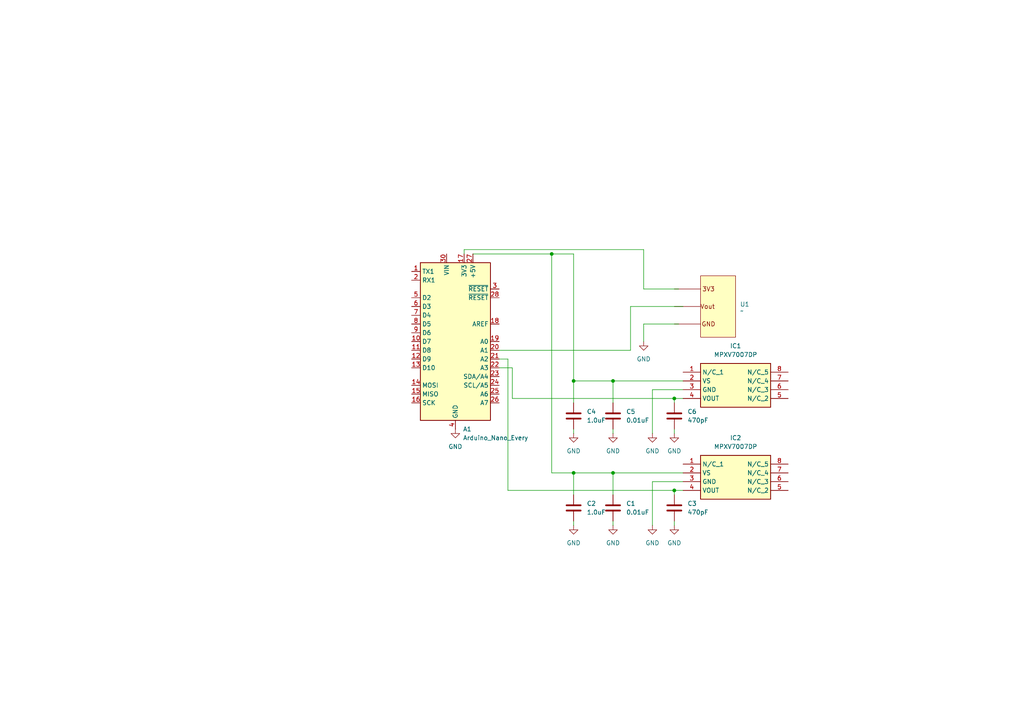
<source format=kicad_sch>
(kicad_sch (version 20231120) (generator "eeschema") (generator_version "8.0")
  (paper "A4")
  (lib_symbols
    (symbol "Device:C" (pin_numbers hide) (pin_names (offset 0.254))
      (property "Reference" "C" (at 0.635 2.54 0))
      (property "Value" "C" (at 0.635 -2.54 0))
      (symbol "C_0_1"
        (polyline (pts (xy -2.032 -0.762) (xy 2.032 -0.762)) (stroke (width 0.508)))
        (polyline (pts (xy -2.032 0.762) (xy 2.032 0.762)) (stroke (width 0.508)))
      )
      (symbol "C_1_1"
        (pin passive line (at 0 3.81 270) (length 2.794) (name "~") (number "1"))
        (pin passive line (at 0 -3.81 90) (length 2.794) (name "~") (number "2"))
      )
    )
    (symbol "MCU_Module:Arduino_Nano_Every"
      (property "Reference" "A" (at -10.16 23.495 0))
      (property "Value" "Arduino_Nano_Every" (at 5.08 -24.13 0))
      (symbol "Arduino_Nano_Every_0_1"
        (rectangle (start -10.16 22.86) (end 10.16 -22.86) (stroke (width 0.254)) (fill (type background)))
      )
      (symbol "Arduino_Nano_Every_1_1"
        (pin bidirectional line (at -12.7 20.32 0) (length 2.54) (name "TX1") (number "1"))
        (pin bidirectional line (at -12.7 0 0) (length 2.54) (name "D7") (number "10"))
        (pin bidirectional line (at -12.7 -2.54 0) (length 2.54) (name "D8") (number "11"))
        (pin bidirectional line (at -12.7 -5.08 0) (length 2.54) (name "D9") (number "12"))
        (pin bidirectional line (at -12.7 -7.62 0) (length 2.54) (name "D10") (number "13"))
        (pin bidirectional line (at -12.7 -12.7 0) (length 2.54) (name "MOSI") (number "14"))
        (pin bidirectional line (at -12.7 -15.24 0) (length 2.54) (name "MISO") (number "15"))
        (pin bidirectional line (at -12.7 -17.78 0) (length 2.54) (name "SCK") (number "16"))
        (pin power_out line (at 2.54 25.4 270) (length 2.54) (name "3V3") (number "17"))
        (pin input line (at 12.7 5.08 180) (length 2.54) (name "AREF") (number "18"))
        (pin bidirectional line (at 12.7 0 180) (length 2.54) (name "A0") (number "19"))
        (pin bidirectional line (at -12.7 17.78 0) (length 2.54) (name "RX1") (number "2"))
        (pin bidirectional line (at 12.7 -2.54 180) (length 2.54) (name "A1") (number "20"))
        (pin bidirectional line (at 12.7 -5.08 180) (length 2.54) (name "A2") (number "21"))
        (pin bidirectional line (at 12.7 -7.62 180) (length 2.54) (name "A3") (number "22"))
        (pin bidirectional line (at 12.7 -10.16 180) (length 2.54) (name "SDA/A4") (number "23"))
        (pin bidirectional line (at 12.7 -12.7 180) (length 2.54) (name "SCL/A5") (number "24"))
        (pin bidirectional line (at 12.7 -15.24 180) (length 2.54) (name "A6") (number "25"))
        (pin bidirectional line (at 12.7 -17.78 180) (length 2.54) (name "A7") (number "26"))
        (pin power_out line (at 5.08 25.4 270) (length 2.54) (name "+5V") (number "27"))
        (pin input line (at 12.7 12.7 180) (length 2.54) (name "~{RESET}") (number "28"))
        (pin passive line (at 0 -25.4 90) (length 2.54) hide (name "GND") (number "29"))
        (pin input line (at 12.7 15.24 180) (length 2.54) (name "~{RESET}") (number "3"))
        (pin power_in line (at -2.54 25.4 270) (length 2.54) (name "VIN") (number "30"))
        (pin power_in line (at 0 -25.4 90) (length 2.54) (name "GND") (number "4"))
        (pin bidirectional line (at -12.7 12.7 0) (length 2.54) (name "D2") (number "5"))
        (pin bidirectional line (at -12.7 10.16 0) (length 2.54) (name "D3") (number "6"))
        (pin bidirectional line (at -12.7 7.62 0) (length 2.54) (name "D4") (number "7"))
        (pin bidirectional line (at -12.7 5.08 0) (length 2.54) (name "D5") (number "8"))
        (pin bidirectional line (at -12.7 2.54 0) (length 2.54) (name "D6") (number "9"))
      )
    )
    (symbol "Windy_Components:MPXV7007DP"
      (property "Reference" "IC" (at 26.67 7.62 0))
      (property "Value" "MPXV7007DP" (at 26.67 5.08 0))
      (symbol "MPXV7007DP_1_1"
        (rectangle (start 5.08 2.54) (end 25.4 -10.16) (stroke (width 0.254)) (fill (type background)))
        (pin passive line (at 30.48 -7.62 180) (length 5.08) (name "N/C_1") (number "1"))
        (pin passive line (at 30.48 -5.08 180) (length 5.08) (name "VS") (number "2"))
        (pin passive line (at 30.48 -2.54 180) (length 5.08) (name "GND") (number "3"))
        (pin passive line (at 30.48 0 180) (length 5.08) (name "VOUT") (number "4"))
        (pin passive line (at 0 0 0) (length 5.08) (name "N/C_2") (number "5"))
        (pin passive line (at 0 -2.54 0) (length 5.08) (name "N/C_3") (number "6"))
        (pin passive line (at 0 -5.08 0) (length 5.08) (name "N/C_4") (number "7"))
        (pin passive line (at 0 -7.62 0) (length 5.08) (name "N/C_5") (number "8"))
      )
    )
    (symbol "Windy_Components:TMP36"
      (property "Reference" "U" (at 0 0 0))
      (symbol "TMP36_1_1"
        (rectangle (start -8.89 8.89) (end 1.27 -8.89) (fill (type background)))
        (polyline (pts (xy -8.89 -5.08) (xy -16.51 -5.08)))
        (polyline (pts (xy -8.89 0) (xy -16.51 0)))
        (polyline (pts (xy -8.89 5.08) (xy -16.51 5.08)))
        (text "3V3" (at -6.604 5.08 0) (effects (font (size 1.27 1.27))))
        (text "GND" (at -6.604 -5.08 0) (effects (font (size 1.27 1.27))))
        (text "Vout" (at -6.858 0 0) (effects (font (size 1.27 1.27))))
      )
    )
    (symbol "power:GND" (power) (pin_numbers hide) (pin_names (offset 0) hide)
      (property "Value" "GND" (at 0 -3.81 0))
      (symbol "GND_0_1"
        (polyline (pts (xy 0 0) (xy 0 -1.27) (xy 1.27 -1.27) (xy 0 -2.54) (xy -1.27 -1.27) (xy 0 -1.27)))
      )
      (symbol "GND_1_1"
        (pin power_in line (at 0 0 270) (length 0) (name "~") (number "1"))
      )
    )
  )
  (junction (at 177.8 110.49))
  (junction (at 166.37 110.49))
  (junction (at 166.37 137.16))
  (junction (at 195.58 142.24))
  (junction (at 160.02 73.66))
  (junction (at 177.8 137.16))
  (junction (at 195.58 115.57))
  (wire (pts (xy 137.16 73.66) (xy 160.02 73.66)))
  (wire (pts (xy 166.37 143.51) (xy 166.37 137.16)))
  (wire (pts (xy 134.62 72.39) (xy 134.62 73.66)))
  (wire (pts (xy 177.8 116.84) (xy 177.8 110.49)))
  (wire (pts (xy 177.8 125.73) (xy 177.8 124.46)))
  (wire (pts (xy 182.88 88.9) (xy 182.88 101.6)))
  (wire (pts (xy 148.59 115.57) (xy 148.59 106.68)))
  (wire (pts (xy 166.37 116.84) (xy 166.37 110.49)))
  (wire (pts (xy 166.37 125.73) (xy 166.37 124.46)))
  (wire (pts (xy 186.69 93.98) (xy 196.85 93.98)))
  (wire (pts (xy 160.02 73.66) (xy 166.37 73.66)))
  (wire (pts (xy 195.58 142.24) (xy 195.58 143.51)))
  (wire (pts (xy 195.58 124.46) (xy 195.58 125.73)))
  (wire (pts (xy 177.8 143.51) (xy 177.8 137.16)))
  (wire (pts (xy 166.37 73.66) (xy 166.37 110.49)))
  (wire (pts (xy 195.58 115.57) (xy 148.59 115.57)))
  (wire (pts (xy 166.37 110.49) (xy 177.8 110.49)))
  (wire (pts (xy 189.23 113.03) (xy 189.23 125.73)))
  (wire (pts (xy 186.69 83.82) (xy 186.69 72.39)))
  (wire (pts (xy 147.32 142.24) (xy 147.32 104.14)))
  (wire (pts (xy 160.02 73.66) (xy 160.02 137.16)))
  (wire (pts (xy 186.69 83.82) (xy 196.85 83.82)))
  (wire (pts (xy 186.69 72.39) (xy 134.62 72.39)))
  (wire (pts (xy 198.12 88.9) (xy 182.88 88.9)))
  (wire (pts (xy 189.23 139.7) (xy 189.23 152.4)))
  (wire (pts (xy 160.02 137.16) (xy 166.37 137.16)))
  (wire (pts (xy 198.12 142.24) (xy 195.58 142.24)))
  (wire (pts (xy 198.12 113.03) (xy 189.23 113.03)))
  (wire (pts (xy 198.12 115.57) (xy 195.58 115.57)))
  (wire (pts (xy 148.59 106.68) (xy 144.78 106.68)))
  (wire (pts (xy 177.8 152.4) (xy 177.8 151.13)))
  (wire (pts (xy 198.12 139.7) (xy 189.23 139.7)))
  (wire (pts (xy 182.88 101.6) (xy 144.78 101.6)))
  (wire (pts (xy 195.58 115.57) (xy 195.58 116.84)))
  (wire (pts (xy 166.37 137.16) (xy 177.8 137.16)))
  (wire (pts (xy 195.58 151.13) (xy 195.58 152.4)))
  (wire (pts (xy 166.37 152.4) (xy 166.37 151.13)))
  (wire (pts (xy 186.69 93.98) (xy 186.69 99.06)))
  (wire (pts (xy 195.58 142.24) (xy 147.32 142.24)))
  (wire (pts (xy 177.8 137.16) (xy 198.12 137.16)))
  (wire (pts (xy 147.32 104.14) (xy 144.78 104.14)))
  (wire (pts (xy 177.8 110.49) (xy 198.12 110.49)))
  (symbol (lib_id "power:GND") (at 195.58 152.4 0) (unit 1)
    (property "Reference" "#PWR05" (effects (hide yes)))
    (property "Value" "GND" (at 195.58 157.48 0))
    (property "Description" "Power symbol creates a global label with name \"GND\" , ground" (effects (hide yes)))
  )
  (symbol (lib_id "Device:C") (at 166.37 120.65 0) (unit 1)
    (property "Reference" "C4" (at 170.18 119.3799 0) (effects (justify left)))
    (property "Value" "1.0uF" (at 170.18 121.9199 0) (effects (justify left)))
    (property "Description" "Unpolarized capacitor" (effects (hide yes)))
  )
  (symbol (lib_id "power:GND") (at 177.8 125.73 0) (unit 1)
    (property "Reference" "#PWR06" (effects (hide yes)))
    (property "Value" "GND" (at 177.8 130.81 0))
    (property "Description" "Power symbol creates a global label with name \"GND\" , ground" (effects (hide yes)))
  )
  (symbol (lib_id "power:GND") (at 189.23 125.73 0) (unit 1)
    (property "Reference" "#PWR07" (effects (hide yes)))
    (property "Value" "GND" (at 189.23 130.81 0))
    (property "Description" "Power symbol creates a global label with name \"GND\" , ground" (effects (hide yes)))
  )
  (symbol (lib_id "power:GND") (at 186.69 99.06 0) (unit 1)
    (property "Reference" "#PWR010" (effects (hide yes)))
    (property "Value" "GND" (at 186.69 104.14 0))
    (property "Description" "Power symbol creates a global label with name \"GND\" , ground" (effects (hide yes)))
  )
  (symbol (lib_id "Device:C") (at 195.58 120.65 0) (unit 1)
    (property "Reference" "C6" (at 199.39 119.3799 0) (effects (justify left)))
    (property "Value" "470pF" (at 199.39 121.9199 0) (effects (justify left)))
    (property "Description" "Unpolarized capacitor" (effects (hide yes)))
  )
  (symbol (lib_id "MCU_Module:Arduino_Nano_Every") (at 132.08 99.06 0) (unit 1)
    (property "Reference" "A1" (at 134.2741 124.46 0) (effects (justify left)))
    (property "Value" "Arduino_Nano_Every" (at 134.2741 127 0) (effects (justify left)))
    (property "Footprint" "Module:Arduino_Nano" (effects (hide yes)))
    (property "Datasheet" "https://content.arduino.cc/assets/NANOEveryV3.0_sch.pdf" (effects (hide yes)))
    (property "Description" "Arduino Nano Every" (effects (hide yes)))
  )
  (symbol (lib_id "Device:C") (at 177.8 147.32 0) (unit 1)
    (property "Reference" "C1" (at 181.61 146.0499 0) (effects (justify left)))
    (property "Value" "0.01uF" (at 181.61 148.5899 0) (effects (justify left)))
    (property "Description" "Unpolarized capacitor" (effects (hide yes)))
  )
  (symbol (lib_id "power:GND") (at 132.08 124.46 0) (unit 1)
    (property "Reference" "#PWR09" (effects (hide yes)))
    (property "Value" "GND" (at 132.08 129.54 0))
    (property "Description" "Power symbol creates a global label with name \"GND\" , ground" (effects (hide yes)))
  )
  (symbol (lib_id "Windy_Components:MPXV7007DP") (at 228.6 115.57 180) (unit 1)
    (property "Reference" "IC1" (at 213.36 100.33 0))
    (property "Value" "MPXV7007DP" (at 213.36 102.87 0))
    (property "Footprint" "MPXV7007DP" (effects (hide yes)))
    (property "Datasheet" "https://www.nxp.com/docs/en/data-sheet/MPXV7007.pdf" (effects (hide yes)))
    (property "Description" "Pressure Sensor, 5V, -7/7kPa, SOP 8, Dual Port" (effects (hide yes)))
    (property "Height" "9.91" (effects (hide yes)))
    (property "Manufacturer_Name" "NXP" (effects (hide yes)))
    (property "Manufacturer_Part_Number" "MPXV7007DP" (effects (hide yes)))
    (property "Mouser Part Number" "841-MPXV7007DP" (effects (hide yes)))
    (property "Mouser Price/Stock" "https://www.mouser.co.uk/ProductDetail/NXP-Semiconductors/MPXV7007DP?qs=N2XN0KY4UWXVsMxgJ4sP%252Bg%3D%3D" (effects (hide yes)))
    (property "Arrow Part Number" "MPXV7007DP" (effects (hide yes)))
    (property "Arrow Price/Stock" "https://www.arrow.com/en/products/mpxv7007dp/nxp-semiconductors?region=nac" (effects (hide yes)))
  )
  (symbol (lib_id "power:GND") (at 166.37 152.4 0) (unit 1)
    (property "Reference" "#PWR03" (effects (hide yes)))
    (property "Value" "GND" (at 166.37 157.48 0))
    (property "Description" "Power symbol creates a global label with name \"GND\" , ground" (effects (hide yes)))
  )
  (symbol (lib_id "Windy_Components:MPXV7007DP") (at 228.6 142.24 180) (unit 1)
    (property "Reference" "IC2" (at 213.36 127 0))
    (property "Value" "MPXV7007DP" (at 213.36 129.54 0))
    (property "Footprint" "MPXV7007DP" (effects (hide yes)))
    (property "Datasheet" "https://www.nxp.com/docs/en/data-sheet/MPXV7007.pdf" (effects (hide yes)))
    (property "Description" "Pressure Sensor, 5V, -7/7kPa, SOP 8, Dual Port" (effects (hide yes)))
    (property "Height" "9.91" (effects (hide yes)))
    (property "Manufacturer_Name" "NXP" (effects (hide yes)))
    (property "Manufacturer_Part_Number" "MPXV7007DP" (effects (hide yes)))
    (property "Mouser Part Number" "841-MPXV7007DP" (effects (hide yes)))
    (property "Mouser Price/Stock" "https://www.mouser.co.uk/ProductDetail/NXP-Semiconductors/MPXV7007DP?qs=N2XN0KY4UWXVsMxgJ4sP%252Bg%3D%3D" (effects (hide yes)))
    (property "Arrow Part Number" "MPXV7007DP" (effects (hide yes)))
    (property "Arrow Price/Stock" "https://www.arrow.com/en/products/mpxv7007dp/nxp-semiconductors?region=nac" (effects (hide yes)))
  )
  (symbol (lib_id "power:GND") (at 177.8 152.4 0) (unit 1)
    (property "Reference" "#PWR02" (effects (hide yes)))
    (property "Value" "GND" (at 177.8 157.48 0))
    (property "Description" "Power symbol creates a global label with name \"GND\" , ground" (effects (hide yes)))
  )
  (symbol (lib_id "Device:C") (at 166.37 147.32 0) (unit 1)
    (property "Reference" "C2" (at 170.18 146.0499 0) (effects (justify left)))
    (property "Value" "1.0uF" (at 170.18 148.5899 0) (effects (justify left)))
    (property "Description" "Unpolarized capacitor" (effects (hide yes)))
  )
  (symbol (lib_id "power:GND") (at 166.37 125.73 0) (unit 1)
    (property "Reference" "#PWR01" (effects (hide yes)))
    (property "Value" "GND" (at 166.37 130.81 0))
    (property "Description" "Power symbol creates a global label with name \"GND\" , ground" (effects (hide yes)))
  )
  (symbol (lib_id "Device:C") (at 195.58 147.32 0) (unit 1)
    (property "Reference" "C3" (at 199.39 146.0499 0) (effects (justify left)))
    (property "Value" "470pF" (at 199.39 148.5899 0) (effects (justify left)))
    (property "Description" "Unpolarized capacitor" (effects (hide yes)))
  )
  (symbol (lib_id "power:GND") (at 195.58 125.73 0) (unit 1)
    (property "Reference" "#PWR08" (effects (hide yes)))
    (property "Value" "GND" (at 195.58 130.81 0))
    (property "Description" "Power symbol creates a global label with name \"GND\" , ground" (effects (hide yes)))
  )
  (symbol (lib_id "Device:C") (at 177.8 120.65 0) (unit 1)
    (property "Reference" "C5" (at 181.61 119.3799 0) (effects (justify left)))
    (property "Value" "0.01uF" (at 181.61 121.9199 0) (effects (justify left)))
    (property "Description" "Unpolarized capacitor" (effects (hide yes)))
  )
  (symbol (lib_id "Windy_Components:TMP36") (at 212.09 88.9 0) (unit 1)
    (property "Reference" "U1" (at 214.63 88.2649 0) (effects (justify left)))
    (property "Value" "~" (at 214.63 90.17 0) (effects (justify left)))
  )
  (symbol (lib_id "power:GND") (at 189.23 152.4 0) (unit 1)
    (property "Reference" "#PWR04" (effects (hide yes)))
    (property "Value" "GND" (at 189.23 157.48 0))
    (property "Description" "Power symbol creates a global label with name \"GND\" , ground" (effects (hide yes)))
  )
)
</source>
